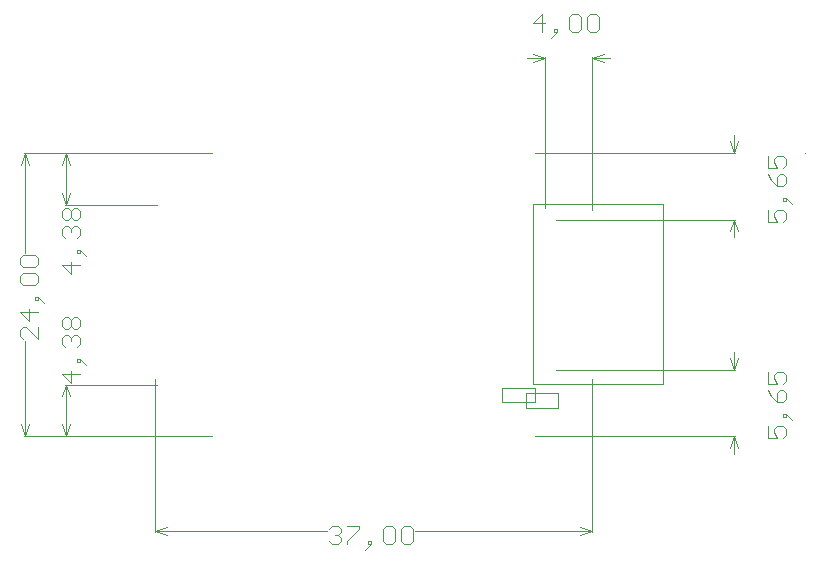
<source format=gbr>
%TF.GenerationSoftware,Altium Limited,Altium Designer,21.2.1 (34)*%
G04 Layer_Color=16711935*
%FSLAX26Y26*%
%MOIN*%
%TF.SameCoordinates,A0A043E5-24E2-464B-A4FE-AC519CE3A301*%
%TF.FilePolarity,Positive*%
%TF.FileFunction,Other,Mechanical_13*%
%TF.Part,Single*%
G01*
G75*
%TA.AperFunction,NonConductor*%
%ADD17C,0.003937*%
D17*
X1155512Y113189D02*
Y162402D01*
X1265748D01*
Y113189D02*
Y162402D01*
X1155512Y113189D02*
X1265748D01*
X1238369Y93504D02*
Y142716D01*
Y93504D02*
X1344668D01*
Y142716D01*
X1238369D02*
X1344668D01*
X1260629Y774409D02*
X1692912D01*
X1260629Y175984D02*
Y774409D01*
X1692912Y175197D02*
Y774409D01*
X1260629Y175197D02*
X1692912D01*
X1260629D02*
Y175984D01*
X2165354Y944882D02*
X2165354Y944882D01*
X-0Y944882D02*
X0Y944882D01*
X-446194Y39370D02*
X-433071Y-0D01*
X-419948Y39370D01*
X-433071Y944882D02*
X-419948Y905512D01*
X-446194D02*
X-433071Y944882D01*
Y-0D02*
Y316738D01*
Y612396D02*
Y944882D01*
X-437008Y-0D02*
X190945D01*
X-437008Y944882D02*
X190945D01*
X0Y-314961D02*
X39370Y-301837D01*
X0Y-314961D02*
X39370Y-328084D01*
X1417323D02*
X1456693Y-314961D01*
X1417323Y-301837D02*
X1456693Y-314961D01*
X0D02*
X572644D01*
X868301D02*
X1456693D01*
X0Y-318898D02*
Y190945D01*
X1456693Y-318898D02*
Y190945D01*
X-308399Y811811D02*
X-295276Y772441D01*
X-282152Y811811D01*
X-295276Y944882D02*
X-282152Y905512D01*
X-308399D02*
X-295276Y944882D01*
Y772441D02*
Y858661D01*
Y944882D01*
X-299213Y772441D02*
X7591D01*
X-299213Y944882D02*
X190945D01*
X-295276Y172441D02*
X-282152Y133071D01*
X-308399D02*
X-295276Y172441D01*
X-308399Y39370D02*
X-295276Y-0D01*
X-282152Y39370D01*
X-295276Y-0D02*
Y172441D01*
X-299213D02*
X7591D01*
X-299213Y-0D02*
X190945D01*
X1929134Y0D02*
X1942257Y-39370D01*
X1916011D02*
X1929134Y0D01*
X1916011Y261811D02*
X1929134Y222441D01*
X1942257Y261811D01*
X1929134Y-59055D02*
Y0D01*
Y222441D02*
Y281496D01*
X1336677Y222441D02*
X1933071D01*
X1265748Y0D02*
X1933071D01*
X1916011Y984252D02*
X1929134Y944882D01*
X1942257Y984252D01*
X1929134Y722441D02*
X1942257Y683071D01*
X1916011D02*
X1929134Y722441D01*
Y944882D02*
Y1003937D01*
Y663386D02*
Y722441D01*
X1336677D02*
X1933071D01*
X1265748Y944882D02*
X1933071D01*
X1456693Y1259842D02*
X1496063Y1272966D01*
X1456693Y1259842D02*
X1496063Y1246719D01*
X1259842D02*
X1299213Y1259842D01*
X1259842Y1272966D02*
X1299213Y1259842D01*
X1456693D02*
X1515748D01*
X1240158D02*
X1299213D01*
Y759905D02*
Y1263780D01*
X1456693Y753937D02*
Y1263780D01*
X-389147Y364599D02*
Y324612D01*
X-429134Y364599D01*
X-439131D01*
X-449127Y354602D01*
Y334609D01*
X-439131Y324612D01*
X-389147Y414583D02*
X-449127D01*
X-419137Y384593D01*
Y424580D01*
X-379150Y454570D02*
X-389147Y464567D01*
X-399144D01*
Y454570D01*
X-389147D01*
Y464567D01*
X-379150Y454570D01*
X-369153Y444573D01*
X-439131Y504554D02*
X-449127Y514551D01*
Y534544D01*
X-439131Y544541D01*
X-399144D01*
X-389147Y534544D01*
Y514551D01*
X-399144Y504554D01*
X-439131D01*
Y564534D02*
X-449127Y574531D01*
Y594525D01*
X-439131Y604522D01*
X-399144D01*
X-389147Y594525D01*
Y574531D01*
X-399144Y564534D01*
X-439131D01*
X580518Y-308901D02*
X590514Y-298904D01*
X610508D01*
X620505Y-308901D01*
Y-318897D01*
X610508Y-328894D01*
X600511D01*
X610508D01*
X620505Y-338891D01*
Y-348888D01*
X610508Y-358885D01*
X590514D01*
X580518Y-348888D01*
X640498Y-298904D02*
X680485D01*
Y-308901D01*
X640498Y-348888D01*
Y-358885D01*
X710476Y-368881D02*
X720472Y-358885D01*
Y-348888D01*
X710476D01*
Y-358885D01*
X720472D01*
X710476Y-368881D01*
X700479Y-378878D01*
X760460Y-308901D02*
X770456Y-298904D01*
X790450D01*
X800447Y-308901D01*
Y-348888D01*
X790450Y-358885D01*
X770456D01*
X760460Y-348888D01*
Y-308901D01*
X820440D02*
X830437Y-298904D01*
X850430D01*
X860427Y-308901D01*
Y-348888D01*
X850430Y-358885D01*
X830437D01*
X820440Y-348888D01*
Y-308901D01*
X-251352Y570691D02*
X-311332D01*
X-281342Y540701D01*
Y580688D01*
X-241355Y610678D02*
X-251352Y620675D01*
X-261348D01*
Y610678D01*
X-251352D01*
Y620675D01*
X-241355Y610678D01*
X-231358Y600682D01*
X-301335Y660662D02*
X-311332Y670659D01*
Y690653D01*
X-301335Y700649D01*
X-291339D01*
X-281342Y690653D01*
Y680656D01*
Y690653D01*
X-271345Y700649D01*
X-261348D01*
X-251352Y690653D01*
Y670659D01*
X-261348Y660662D01*
X-301335Y720643D02*
X-311332Y730640D01*
Y750633D01*
X-301335Y760630D01*
X-291339D01*
X-281342Y750633D01*
X-271345Y760630D01*
X-261348D01*
X-251352Y750633D01*
Y730640D01*
X-261348Y720643D01*
X-271345D01*
X-281342Y730640D01*
X-291339Y720643D01*
X-301335D01*
X-281342Y730640D02*
Y750633D01*
X-251352Y206368D02*
X-311332D01*
X-281342Y176378D01*
Y216365D01*
X-241355Y246355D02*
X-251352Y256352D01*
X-261348D01*
Y246355D01*
X-251352D01*
Y256352D01*
X-241355Y246355D01*
X-231358Y236359D01*
X-301335Y296339D02*
X-311332Y306336D01*
Y326329D01*
X-301335Y336326D01*
X-291339D01*
X-281342Y326329D01*
Y316333D01*
Y326329D01*
X-271345Y336326D01*
X-261348D01*
X-251352Y326329D01*
Y306336D01*
X-261348Y296339D01*
X-301335Y356320D02*
X-311332Y366317D01*
Y386310D01*
X-301335Y396307D01*
X-291339D01*
X-281342Y386310D01*
X-271345Y396307D01*
X-261348D01*
X-251352Y386310D01*
Y366317D01*
X-261348Y356320D01*
X-271345D01*
X-281342Y366317D01*
X-291339Y356320D01*
X-301335D01*
X-281342Y366317D02*
Y386310D01*
X2044850Y33369D02*
Y-6618D01*
X2074840D01*
X2064843Y13376D01*
Y23372D01*
X2074840Y33369D01*
X2094833D01*
X2104830Y23372D01*
Y3379D01*
X2094833Y-6618D01*
X2114827Y63359D02*
X2104830Y73356D01*
X2094833D01*
Y63359D01*
X2104830D01*
Y73356D01*
X2114827Y63359D01*
X2124824Y53363D01*
X2044850Y153330D02*
X2054846Y133337D01*
X2074840Y113343D01*
X2094833D01*
X2104830Y123340D01*
Y143333D01*
X2094833Y153330D01*
X2084837D01*
X2074840Y143333D01*
Y113343D01*
X2044850Y213311D02*
Y173324D01*
X2074840D01*
X2064843Y193317D01*
Y203314D01*
X2074840Y213311D01*
X2094833D01*
X2104830Y203314D01*
Y183321D01*
X2094833Y173324D01*
X2044850Y755810D02*
Y715823D01*
X2074840D01*
X2064843Y735817D01*
Y745813D01*
X2074840Y755810D01*
X2094833D01*
X2104830Y745813D01*
Y725820D01*
X2094833Y715823D01*
X2114827Y785800D02*
X2104830Y795797D01*
X2094833D01*
Y785800D01*
X2104830D01*
Y795797D01*
X2114827Y785800D01*
X2124824Y775804D01*
X2044850Y875771D02*
X2054846Y855778D01*
X2074840Y835784D01*
X2094833D01*
X2104830Y845781D01*
Y865774D01*
X2094833Y875771D01*
X2084837D01*
X2074840Y865774D01*
Y835784D01*
X2044850Y935752D02*
Y895765D01*
X2074840D01*
X2064843Y915758D01*
Y925755D01*
X2074840Y935752D01*
X2094833D01*
X2104830Y925755D01*
Y905762D01*
X2094833Y895765D01*
X1290105Y1347691D02*
Y1407671D01*
X1260114Y1377681D01*
X1300101D01*
X1330092Y1337694D02*
X1340088Y1347691D01*
Y1357687D01*
X1330092D01*
Y1347691D01*
X1340088D01*
X1330092Y1337694D01*
X1320095Y1327697D01*
X1380075Y1397674D02*
X1390072Y1407671D01*
X1410066D01*
X1420063Y1397674D01*
Y1357687D01*
X1410066Y1347691D01*
X1390072D01*
X1380075Y1357687D01*
Y1397674D01*
X1440056D02*
X1450053Y1407671D01*
X1470046D01*
X1480043Y1397674D01*
Y1357687D01*
X1470046Y1347691D01*
X1450053D01*
X1440056Y1357687D01*
Y1397674D01*
%TF.MD5,24e8d4b4bd68ee951af0de09f6e1d44d*%
M02*

</source>
